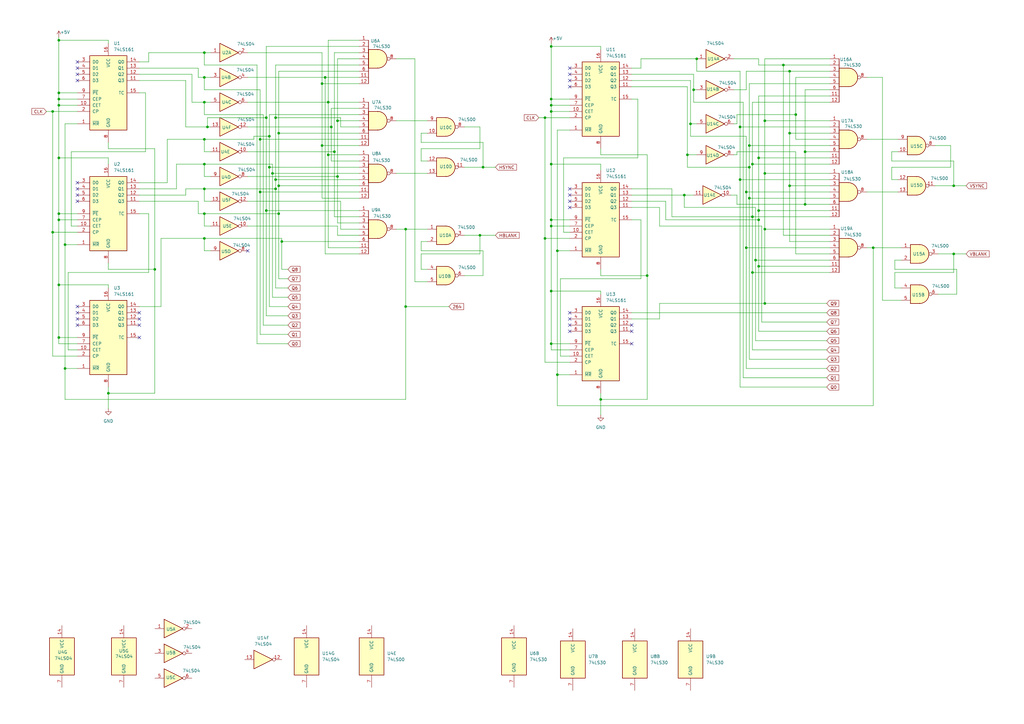
<source format=kicad_sch>
(kicad_sch (version 20250114) (generator "eeschema") (generator_version "9.0")
  (paper "A3")
  (lib_symbols
    (symbol "74xx:74LS00" (pin_names (offset 1.016))
      (property "Reference" "U" (at 0 1.27 0))
      (property "Value" "74LS00" (at 0 -1.27 0))
      (symbol "74LS00_1_1"
        (pin input line (at -7.62 2.54 0) (length 3.81) (name "~") (number "1"))
        (pin input line (at -7.62 -2.54 0) (length 3.81) (name "~") (number "2"))
        (pin output inverted (at 7.62 0 180) (length 3.81) (name "~") (number "3"))
      )
      (symbol "74LS00_1_2"
        (pin input inverted (at -7.62 2.54 0) (length 4.318) (name "~") (number "1"))
        (pin input inverted (at -7.62 -2.54 0) (length 4.318) (name "~") (number "2"))
        (pin output line (at 7.62 0 180) (length 3.81) (name "~") (number "3"))
      )
      (symbol "74LS00_2_1"
        (pin input line (at -7.62 2.54 0) (length 3.81) (name "~") (number "4"))
        (pin input line (at -7.62 -2.54 0) (length 3.81) (name "~") (number "5"))
        (pin output inverted (at 7.62 0 180) (length 3.81) (name "~") (number "6"))
      )
      (symbol "74LS00_2_2"
        (pin input inverted (at -7.62 2.54 0) (length 4.318) (name "~") (number "4"))
        (pin input inverted (at -7.62 -2.54 0) (length 4.318) (name "~") (number "5"))
        (pin output line (at 7.62 0 180) (length 3.81) (name "~") (number "6"))
      )
      (symbol "74LS00_3_1"
        (pin input line (at -7.62 2.54 0) (length 3.81) (name "~") (number "9"))
        (pin input line (at -7.62 -2.54 0) (length 3.81) (name "~") (number "10"))
        (pin output inverted (at 7.62 0 180) (length 3.81) (name "~") (number "8"))
      )
      (symbol "74LS00_3_2"
        (pin input inverted (at -7.62 2.54 0) (length 4.318) (name "~") (number "9"))
        (pin input inverted (at -7.62 -2.54 0) (length 4.318) (name "~") (number "10"))
        (pin output line (at 7.62 0 180) (length 3.81) (name "~") (number "8"))
      )
      (symbol "74LS00_4_1"
        (pin input line (at -7.62 2.54 0) (length 3.81) (name "~") (number "12"))
        (pin input line (at -7.62 -2.54 0) (length 3.81) (name "~") (number "13"))
        (pin output inverted (at 7.62 0 180) (length 3.81) (name "~") (number "11"))
      )
      (symbol "74LS00_4_2"
        (pin input inverted (at -7.62 2.54 0) (length 4.318) (name "~") (number "12"))
        (pin input inverted (at -7.62 -2.54 0) (length 4.318) (name "~") (number "13"))
        (pin output line (at 7.62 0 180) (length 3.81) (name "~") (number "11"))
      )
      (symbol "74LS00_5_0"
        (pin power_in line (at 0 12.7 270) (length 5.08) (name "VCC") (number "14"))
        (pin power_in line (at 0 -12.7 90) (length 5.08) (name "GND") (number "7"))
      )
    )
    (symbol "74xx:74LS04"
      (property "Reference" "U" (at 0 1.27 0))
      (property "Value" "74LS04" (at 0 -1.27 0))
      (symbol "74LS04_1_0"
        (pin input line (at -7.62 0 0) (length 3.81) (name "~") (number "1"))
        (pin output inverted (at 7.62 0 180) (length 3.81) (name "~") (number "2"))
      )
      (symbol "74LS04_2_0"
        (pin input line (at -7.62 0 0) (length 3.81) (name "~") (number "3"))
        (pin output inverted (at 7.62 0 180) (length 3.81) (name "~") (number "4"))
      )
      (symbol "74LS04_3_0"
        (pin input line (at -7.62 0 0) (length 3.81) (name "~") (number "5"))
        (pin output inverted (at 7.62 0 180) (length 3.81) (name "~") (number "6"))
      )
      (symbol "74LS04_4_0"
        (pin input line (at -7.62 0 0) (length 3.81) (name "~") (number "9"))
        (pin output inverted (at 7.62 0 180) (length 3.81) (name "~") (number "8"))
      )
      (symbol "74LS04_5_0"
        (pin input line (at -7.62 0 0) (length 3.81) (name "~") (number "11"))
        (pin output inverted (at 7.62 0 180) (length 3.81) (name "~") (number "10"))
      )
      (symbol "74LS04_6_0"
        (pin input line (at -7.62 0 0) (length 3.81) (name "~") (number "13"))
        (pin output inverted (at 7.62 0 180) (length 3.81) (name "~") (number "12"))
      )
      (symbol "74LS04_7_0"
        (pin power_in line (at 0 12.7 270) (length 5.08) (name "VCC") (number "14"))
        (pin power_in line (at 0 -12.7 90) (length 5.08) (name "GND") (number "7"))
      )
    )
    (symbol "74xx:74LS161" (pin_names (offset 1.016))
      (property "Reference" "U" (at -7.62 16.51 0))
      (property "Value" "74LS161" (at -7.62 -16.51 0))
      (symbol "74LS161_1_0"
        (pin input line (at -12.7 12.7 0) (length 5.08) (name "D0") (number "3"))
        (pin input line (at -12.7 10.16 0) (length 5.08) (name "D1") (number "4"))
        (pin input line (at -12.7 7.62 0) (length 5.08) (name "D2") (number "5"))
        (pin input line (at -12.7 5.08 0) (length 5.08) (name "D3") (number "6"))
        (pin input line (at -12.7 0 0) (length 5.08) (name "~{PE}") (number "9"))
        (pin input line (at -12.7 -2.54 0) (length 5.08) (name "CEP") (number "7"))
        (pin input line (at -12.7 -5.08 0) (length 5.08) (name "CET") (number "10"))
        (pin input line (at -12.7 -7.62 0) (length 5.08) (name "CP") (number "2"))
        (pin input line (at -12.7 -12.7 0) (length 5.08) (name "~{MR}") (number "1"))
        (pin power_in line (at 0 20.32 270) (length 5.08) (name "VCC") (number "16"))
        (pin power_in line (at 0 -20.32 90) (length 5.08) (name "GND") (number "8"))
        (pin output line (at 12.7 12.7 180) (length 5.08) (name "Q0") (number "14"))
        (pin output line (at 12.7 10.16 180) (length 5.08) (name "Q1") (number "13"))
        (pin output line (at 12.7 7.62 180) (length 5.08) (name "Q2") (number "12"))
        (pin output line (at 12.7 5.08 180) (length 5.08) (name "Q3") (number "11"))
        (pin output line (at 12.7 0 180) (length 5.08) (name "TC") (number "15"))
      )
    )
    (symbol "74xx:74LS30" (pin_names (offset 1.016))
      (property "Reference" "U" (at 0 1.27 0))
      (property "Value" "74LS30" (at 0 -1.27 0))
      (symbol "74LS30_1_1"
        (pin input line (at -7.62 7.62 0) (length 3.81) (name "~") (number "1"))
        (pin input line (at -7.62 5.08 0) (length 3.81) (name "~") (number "2"))
        (pin input line (at -7.62 2.54 0) (length 3.81) (name "~") (number "3"))
        (pin input line (at -7.62 0 0) (length 3.81) (name "~") (number "4"))
        (pin input line (at -7.62 -2.54 0) (length 3.81) (name "~") (number "5"))
        (pin input line (at -7.62 -5.08 0) (length 3.81) (name "~") (number "6"))
        (pin input line (at -7.62 -7.62 0) (length 3.81) (name "~") (number "11"))
        (pin input line (at -7.62 -10.16 0) (length 3.81) (name "~") (number "12"))
        (pin output inverted (at 7.62 0 180) (length 3.81) (name "~") (number "8"))
      )
      (symbol "74LS30_1_2"
        (pin input inverted (at -7.62 7.62 0) (length 3.81) (name "~") (number "1"))
        (pin input inverted (at -7.62 5.08 0) (length 3.81) (name "~") (number "2"))
        (pin input inverted (at -7.62 2.54 0) (length 4.5466) (name "~") (number "3"))
        (pin input inverted (at -7.62 0 0) (length 5.08) (name "~") (number "4"))
        (pin input inverted (at -7.62 -2.54 0) (length 4.5466) (name "~") (number "5"))
        (pin input inverted (at -7.62 -5.08 0) (length 3.81) (name "~") (number "6"))
        (pin input inverted (at -7.62 -7.62 0) (length 3.81) (name "~") (number "11"))
        (pin input inverted (at -7.62 -10.16 0) (length 3.81) (name "~") (number "12"))
        (pin output line (at 7.62 0 180) (length 3.81) (name "~") (number "8"))
      )
      (symbol "74LS30_2_0"
        (pin power_in line (at 0 12.7 270) (length 5.08) (name "VCC") (number "14"))
        (pin power_in line (at 0 -12.7 90) (length 5.08) (name "GND") (number "7"))
      )
    )
    (symbol "power:+5V" (power) (pin_numbers (hide yes)) (pin_names (offset 0) (hide yes))
      (property "Value" "+5V" (at 0 3.556 0))
      (symbol "+5V_1_1"
        (pin power_in line (at 0 0 90) (length 0) (name "~") (number "1"))
      )
    )
    (symbol "power:GND" (power) (pin_numbers (hide yes)) (pin_names (offset 0) (hide yes))
      (property "Value" "GND" (at 0 -3.81 0))
      (symbol "GND_1_1"
        (pin power_in line (at 0 0 270) (length 0) (name "~") (number "1"))
      )
    )
  )
  (junction (at 166.37 93.98))
  (junction (at 83.82 87.63))
  (junction (at 24.13 40.64))
  (junction (at 138.43 49.53))
  (junction (at 226.06 90.17))
  (junction (at 303.53 52.07))
  (junction (at 135.89 52.07))
  (junction (at 24.13 116.84))
  (junction (at 21.59 95.25))
  (junction (at 307.34 68.58))
  (junction (at 106.68 57.15))
  (junction (at 228.6 102.87))
  (junction (at 110.49 55.88))
  (junction (at 313.69 71.12))
  (junction (at 323.85 29.21))
  (junction (at 391.16 76.2))
  (junction (at 114.3 87.63))
  (junction (at 313.69 93.98))
  (junction (at 309.88 106.68))
  (junction (at 24.13 138.43))
  (junction (at 284.48 36.83))
  (junction (at 280.67 80.01))
  (junction (at 83.82 67.31))
  (junction (at 281.94 63.5))
  (junction (at 83.82 21.59))
  (junction (at 311.15 109.22))
  (junction (at 303.53 73.66))
  (junction (at 226.06 40.64))
  (junction (at 109.22 86.36))
  (junction (at 24.13 90.17))
  (junction (at 113.03 73.66))
  (junction (at 246.38 163.83))
  (junction (at 311.15 64.77))
  (junction (at 109.22 48.26))
  (junction (at 307.34 81.28))
  (junction (at 111.76 71.12))
  (junction (at 323.85 76.2))
  (junction (at 110.49 68.58))
  (junction (at 226.06 43.18))
  (junction (at 196.85 96.52))
  (junction (at 26.67 151.13))
  (junction (at 63.5 110.49))
  (junction (at 83.82 31.75))
  (junction (at 226.06 19.05))
  (junction (at 24.13 87.63))
  (junction (at 114.3 54.61))
  (junction (at 307.34 59.69))
  (junction (at 134.62 63.5))
  (junction (at 138.43 72.39))
  (junction (at 330.2 83.82))
  (junction (at 226.06 140.97))
  (junction (at 226.06 92.71))
  (junction (at 321.31 26.67))
  (junction (at 24.13 64.77))
  (junction (at 283.21 50.8))
  (junction (at 83.82 77.47))
  (junction (at 308.61 111.76))
  (junction (at 223.52 48.26))
  (junction (at 106.68 78.74))
  (junction (at 223.52 97.79))
  (junction (at 285.75 24.13))
  (junction (at 21.59 45.72))
  (junction (at 85.09 52.07))
  (junction (at 24.13 38.1))
  (junction (at 83.82 41.91))
  (junction (at 326.39 46.99))
  (junction (at 113.03 48.26))
  (junction (at 132.08 59.69))
  (junction (at 114.3 76.2))
  (junction (at 323.85 54.61))
  (junction (at 313.69 124.46))
  (junction (at 306.07 78.74))
  (junction (at 26.67 100.33))
  (junction (at 137.16 62.23))
  (junction (at 113.03 77.47))
  (junction (at 166.37 125.73))
  (junction (at 132.08 34.29))
  (junction (at 313.69 49.53))
  (junction (at 330.2 62.23))
  (junction (at 44.45 161.29))
  (junction (at 311.15 86.36))
  (junction (at 226.06 45.72))
  (junction (at 228.6 153.67))
  (junction (at 391.16 104.14))
  (junction (at 24.13 16.51))
  (junction (at 133.35 31.75))
  (junction (at 83.82 57.15))
  (junction (at 358.14 101.6))
  (junction (at 308.61 88.9))
  (junction (at 311.15 90.17))
  (junction (at 226.06 67.31))
  (junction (at 265.43 113.03))
  (junction (at 308.61 67.31))
  (junction (at 115.57 99.06))
  (junction (at 226.06 119.38))
  (junction (at 134.62 41.91))
  (junction (at 83.82 97.79))
  (junction (at 306.07 101.6))
  (junction (at 198.12 68.58))
  (junction (at 24.13 43.18))
  (no_connect (at 31.75 125.73))
  (no_connect (at 31.75 74.93))
  (no_connect (at 31.75 25.4))
  (no_connect (at 259.08 133.35))
  (no_connect (at 31.75 133.35))
  (no_connect (at 233.68 77.47))
  (no_connect (at 233.68 85.09))
  (no_connect (at 233.68 80.01))
  (no_connect (at 233.68 82.55))
  (no_connect (at 101.6 102.87))
  (no_connect (at 31.75 128.27))
  (no_connect (at 259.08 140.97))
  (no_connect (at 233.68 35.56))
  (no_connect (at 31.75 130.81))
  (no_connect (at 57.15 128.27))
  (no_connect (at 31.75 33.02))
  (no_connect (at 57.15 130.81))
  (no_connect (at 233.68 130.81))
  (no_connect (at 233.68 135.89))
  (no_connect (at 31.75 27.94))
  (no_connect (at 233.68 133.35))
  (no_connect (at 259.08 135.89))
  (no_connect (at 233.68 27.94))
  (no_connect (at 31.75 80.01))
  (no_connect (at 57.15 133.35))
  (no_connect (at 31.75 30.48))
  (no_connect (at 57.15 138.43))
  (no_connect (at 233.68 30.48))
  (no_connect (at 233.68 128.27))
  (no_connect (at 31.75 82.55))
  (no_connect (at 233.68 33.02))
  (no_connect (at 31.75 77.47))
  (wire (pts (xy 369.57 106.68) (xy 367.03 106.68)))
  (wire (pts (xy 246.38 163.83) (xy 265.43 163.83)))
  (wire (pts (xy 367.03 106.68) (xy 367.03 110.49)))
  (wire (pts (xy 147.32 66.04) (xy 135.89 66.04)))
  (wire (pts (xy 147.32 29.21) (xy 114.3 29.21)))
  (wire (pts (xy 311.15 39.37) (xy 311.15 64.77)))
  (wire (pts (xy 369.57 118.11) (xy 367.03 118.11)))
  (wire (pts (xy 220.98 48.26) (xy 223.52 48.26)))
  (wire (pts (xy 326.39 31.75) (xy 340.36 31.75)))
  (wire (pts (xy 134.62 41.91) (xy 134.62 63.5)))
  (wire (pts (xy 24.13 138.43) (xy 31.75 138.43)))
  (wire (pts (xy 135.89 44.45) (xy 135.89 52.07)))
  (wire (pts (xy 109.22 19.05) (xy 147.32 19.05)))
  (wire (pts (xy 31.75 100.33) (xy 26.67 100.33)))
  (wire (pts (xy 302.26 50.8) (xy 302.26 46.99)))
  (wire (pts (xy 83.82 57.15) (xy 104.14 57.15)))
  (wire (pts (xy 246.38 113.03) (xy 246.38 110.49)))
  (wire (pts (xy 304.8 154.94) (xy 339.09 154.94)))
  (wire (pts (xy 308.61 88.9) (xy 308.61 67.31)))
  (wire (pts (xy 170.18 115.57) (xy 175.26 115.57)))
  (wire (pts (xy 303.53 29.21) (xy 303.53 52.07)))
  (wire (pts (xy 57.15 77.47) (xy 72.39 77.47)))
  (wire (pts (xy 246.38 161.29) (xy 246.38 163.83)))
  (wire (pts (xy 340.36 36.83) (xy 330.2 36.83)))
  (wire (pts (xy 24.13 116.84) (xy 24.13 90.17)))
  (wire (pts (xy 175.26 54.61) (xy 172.72 54.61)))
  (wire (pts (xy 172.72 99.06) (xy 172.72 102.87)))
  (wire (pts (xy 262.89 27.94) (xy 262.89 24.13)))
  (wire (pts (xy 307.34 81.28) (xy 307.34 68.58)))
  (wire (pts (xy 330.2 62.23) (xy 330.2 83.82)))
  (wire (pts (xy 83.82 77.47) (xy 113.03 77.47)))
  (wire (pts (xy 78.74 30.48) (xy 78.74 41.91)))
  (wire (pts (xy 307.34 68.58) (xy 307.34 59.69)))
  (wire (pts (xy 340.36 24.13) (xy 313.69 24.13)))
  (wire (pts (xy 118.11 129.54) (xy 109.22 129.54)))
  (wire (pts (xy 24.13 40.64) (xy 24.13 38.1)))
  (wire (pts (xy 311.15 64.77) (xy 311.15 86.36)))
  (wire (pts (xy 323.85 54.61) (xy 323.85 29.21)))
  (wire (pts (xy 190.5 96.52) (xy 196.85 96.52)))
  (wire (pts (xy 138.43 96.52) (xy 138.43 92.71)))
  (wire (pts (xy 101.6 21.59) (xy 132.08 21.59)))
  (wire (pts (xy 313.69 24.13) (xy 313.69 49.53)))
  (wire (pts (xy 326.39 46.99) (xy 326.39 57.15)))
  (wire (pts (xy 106.68 78.74) (xy 147.32 78.74)))
  (wire (pts (xy 365.76 62.23) (xy 365.76 66.04)))
  (wire (pts (xy 83.82 67.31) (xy 111.76 67.31)))
  (wire (pts (xy 313.69 124.46) (xy 339.09 124.46)))
  (wire (pts (xy 166.37 125.73) (xy 166.37 163.83)))
  (wire (pts (xy 44.45 110.49) (xy 44.45 107.95)))
  (wire (pts (xy 86.36 72.39) (xy 83.82 72.39)))
  (wire (pts (xy 323.85 54.61) (xy 340.36 54.61)))
  (wire (pts (xy 311.15 135.89) (xy 339.09 135.89)))
  (wire (pts (xy 311.15 135.89) (xy 311.15 109.22)))
  (wire (pts (xy 83.82 87.63) (xy 83.82 92.71)))
  (wire (pts (xy 369.57 101.6) (xy 358.14 101.6)))
  (wire (pts (xy 228.6 166.37) (xy 228.6 153.67)))
  (wire (pts (xy 101.6 72.39) (xy 138.43 72.39)))
  (wire (pts (xy 166.37 93.98) (xy 166.37 125.73)))
  (wire (pts (xy 285.75 24.13) (xy 285.75 29.21)))
  (wire (pts (xy 118.11 125.73) (xy 110.49 125.73)))
  (wire (pts (xy 391.16 104.14) (xy 391.16 111.76)))
  (wire (pts (xy 302.26 80.01) (xy 299.72 80.01)))
  (wire (pts (xy 285.75 36.83) (xy 284.48 36.83)))
  (wire (pts (xy 109.22 48.26) (xy 109.22 86.36)))
  (wire (pts (xy 309.88 139.7) (xy 309.88 106.68)))
  (wire (pts (xy 113.03 26.67) (xy 113.03 48.26)))
  (wire (pts (xy 113.03 73.66) (xy 113.03 77.47)))
  (wire (pts (xy 303.53 52.07) (xy 340.36 52.07)))
  (wire (pts (xy 31.75 50.8) (xy 26.67 50.8)))
  (wire (pts (xy 21.59 45.72) (xy 31.75 45.72)))
  (wire (pts (xy 330.2 36.83) (xy 330.2 62.23)))
  (wire (pts (xy 138.43 24.13) (xy 138.43 49.53)))
  (wire (pts (xy 340.36 49.53) (xy 313.69 49.53)))
  (wire (pts (xy 24.13 64.77) (xy 44.45 64.77)))
  (wire (pts (xy 306.07 101.6) (xy 306.07 78.74)))
  (wire (pts (xy 162.56 71.12) (xy 175.26 71.12)))
  (wire (pts (xy 259.08 80.01) (xy 280.67 80.01)))
  (wire (pts (xy 147.32 46.99) (xy 110.49 46.99)))
  (wire (pts (xy 139.7 52.07) (xy 139.7 48.26)))
  (wire (pts (xy 113.03 48.26) (xy 113.03 73.66)))
  (wire (pts (xy 226.06 119.38) (xy 246.38 119.38)))
  (wire (pts (xy 101.6 41.91) (xy 134.62 41.91)))
  (wire (pts (xy 246.38 69.85) (xy 246.38 67.31)))
  (wire (pts (xy 172.72 104.14) (xy 196.85 104.14)))
  (wire (pts (xy 223.52 148.59) (xy 233.68 148.59)))
  (wire (pts (xy 231.14 64.77) (xy 261.62 64.77)))
  (wire (pts (xy 223.52 97.79) (xy 223.52 48.26)))
  (wire (pts (xy 259.08 27.94) (xy 262.89 27.94)))
  (wire (pts (xy 307.34 147.32) (xy 307.34 81.28)))
  (wire (pts (xy 24.13 43.18) (xy 24.13 40.64)))
  (wire (pts (xy 300.99 36.83) (xy 306.07 36.83)))
  (wire (pts (xy 196.85 96.52) (xy 203.2 96.52)))
  (wire (pts (xy 83.82 72.39) (xy 83.82 67.31)))
  (wire (pts (xy 226.06 45.72) (xy 226.06 43.18)))
  (wire (pts (xy 63.5 161.29) (xy 63.5 110.49)))
  (wire (pts (xy 44.45 161.29) (xy 44.45 167.64)))
  (wire (pts (xy 284.48 41.91) (xy 284.48 36.83)))
  (wire (pts (xy 162.56 24.13) (xy 170.18 24.13)))
  (wire (pts (xy 83.82 46.99) (xy 83.82 41.91)))
  (wire (pts (xy 190.5 52.07) (xy 196.85 52.07)))
  (wire (pts (xy 285.75 29.21) (xy 303.53 29.21)))
  (wire (pts (xy 302.26 63.5) (xy 300.99 63.5)))
  (wire (pts (xy 270.51 92.71) (xy 270.51 85.09)))
  (wire (pts (xy 86.36 31.75) (xy 83.82 31.75)))
  (wire (pts (xy 24.13 15.24) (xy 24.13 16.51)))
  (wire (pts (xy 313.69 71.12) (xy 313.69 93.98)))
  (wire (pts (xy 21.59 95.25) (xy 21.59 146.05)))
  (wire (pts (xy 281.94 63.5) (xy 281.94 35.56)))
  (wire (pts (xy 226.06 40.64) (xy 226.06 19.05)))
  (wire (pts (xy 355.6 78.74) (xy 368.3 78.74)))
  (wire (pts (xy 284.48 30.48) (xy 259.08 30.48)))
  (wire (pts (xy 340.36 99.06) (xy 323.85 99.06)))
  (wire (pts (xy 303.53 73.66) (xy 303.53 158.75)))
  (wire (pts (xy 115.57 99.06) (xy 115.57 97.79)))
  (wire (pts (xy 57.15 80.01) (xy 76.2 80.01)))
  (wire (pts (xy 389.89 68.58) (xy 389.89 59.69)))
  (wire (pts (xy 175.26 110.49) (xy 172.72 110.49)))
  (wire (pts (xy 307.34 59.69) (xy 340.36 59.69)))
  (wire (pts (xy 31.75 143.51) (xy 27.94 143.51)))
  (wire (pts (xy 228.6 102.87) (xy 228.6 153.67)))
  (wire (pts (xy 307.34 34.29) (xy 340.36 34.29)))
  (wire (pts (xy 57.15 125.73) (xy 66.04 125.73)))
  (wire (pts (xy 303.53 73.66) (xy 340.36 73.66)))
  (wire (pts (xy 304.8 154.94) (xy 304.8 41.91)))
  (wire (pts (xy 306.07 29.21) (xy 323.85 29.21)))
  (wire (pts (xy 114.3 54.61) (xy 114.3 76.2)))
  (wire (pts (xy 26.67 100.33) (xy 26.67 151.13)))
  (wire (pts (xy 321.31 96.52) (xy 321.31 26.67)))
  (wire (pts (xy 111.76 67.31) (xy 111.76 71.12)))
  (wire (pts (xy 259.08 77.47) (xy 275.59 77.47)))
  (wire (pts (xy 365.76 66.04) (xy 391.16 66.04)))
  (wire (pts (xy 340.36 86.36) (xy 311.15 86.36)))
  (wire (pts (xy 147.32 52.07) (xy 139.7 52.07)))
  (wire (pts (xy 44.45 17.78) (xy 44.45 16.51)))
  (wire (pts (xy 86.36 82.55) (xy 83.82 82.55)))
  (wire (pts (xy 172.72 110.49) (xy 172.72 104.14)))
  (wire (pts (xy 172.72 58.42) (xy 198.12 58.42)))
  (wire (pts (xy 110.49 125.73) (xy 110.49 68.58)))
  (wire (pts (xy 281.94 35.56) (xy 259.08 35.56)))
  (wire (pts (xy 340.36 96.52) (xy 321.31 96.52)))
  (wire (pts (xy 137.16 62.23) (xy 137.16 21.59)))
  (wire (pts (xy 198.12 102.87) (xy 198.12 113.03)))
  (wire (pts (xy 132.08 34.29) (xy 132.08 59.69)))
  (wire (pts (xy 275.59 77.47) (xy 275.59 88.9)))
  (wire (pts (xy 259.08 128.27) (xy 339.09 128.27)))
  (wire (pts (xy 281.94 63.5) (xy 281.94 68.58)))
  (wire (pts (xy 312.42 92.71) (xy 270.51 92.71)))
  (wire (pts (xy 147.32 96.52) (xy 138.43 96.52)))
  (wire (pts (xy 246.38 120.65) (xy 246.38 119.38)))
  (wire (pts (xy 365.76 68.58) (xy 389.89 68.58)))
  (wire (pts (xy 147.32 81.28) (xy 132.08 81.28)))
  (wire (pts (xy 300.99 24.13) (xy 311.15 24.13)))
  (wire (pts (xy 358.14 101.6) (xy 358.14 166.37)))
  (wire (pts (xy 306.07 151.13) (xy 339.09 151.13)))
  (wire (pts (xy 57.15 33.02) (xy 76.2 33.02)))
  (wire (pts (xy 44.45 67.31) (xy 44.45 64.77)))
  (wire (pts (xy 137.16 21.59) (xy 147.32 21.59)))
  (wire (pts (xy 24.13 140.97) (xy 31.75 140.97)))
  (wire (pts (xy 233.68 92.71) (xy 226.06 92.71)))
  (wire (pts (xy 76.2 77.47) (xy 83.82 77.47)))
  (wire (pts (xy 147.32 73.66) (xy 113.03 73.66)))
  (wire (pts (xy 226.06 43.18) (xy 233.68 43.18)))
  (wire (pts (xy 340.36 93.98) (xy 313.69 93.98)))
  (wire (pts (xy 29.21 92.71) (xy 29.21 62.23)))
  (wire (pts (xy 323.85 76.2) (xy 323.85 54.61)))
  (wire (pts (xy 231.14 95.25) (xy 231.14 64.77)))
  (wire (pts (xy 57.15 74.93) (xy 68.58 74.93)))
  (wire (pts (xy 367.03 111.76) (xy 391.16 111.76)))
  (wire (pts (xy 273.05 90.17) (xy 273.05 82.55)))
  (wire (pts (xy 57.15 30.48) (xy 78.74 30.48)))
  (wire (pts (xy 114.3 114.3) (xy 114.3 87.63)))
  (wire (pts (xy 76.2 80.01) (xy 76.2 77.47)))
  (wire (pts (xy 311.15 90.17) (xy 273.05 90.17)))
  (wire (pts (xy 361.95 31.75) (xy 361.95 123.19)))
  (wire (pts (xy 259.08 33.02) (xy 283.21 33.02)))
  (wire (pts (xy 166.37 163.83) (xy 26.67 163.83)))
  (wire (pts (xy 134.62 41.91) (xy 147.32 41.91)))
  (wire (pts (xy 259.08 130.81) (xy 270.51 130.81)))
  (wire (pts (xy 306.07 78.74) (xy 340.36 78.74)))
  (wire (pts (xy 24.13 43.18) (xy 31.75 43.18)))
  (wire (pts (xy 175.26 66.04) (xy 172.72 66.04)))
  (wire (pts (xy 83.82 57.15) (xy 83.82 62.23)))
  (wire (pts (xy 323.85 99.06) (xy 323.85 76.2)))
  (wire (pts (xy 330.2 83.82) (xy 302.26 83.82)))
  (wire (pts (xy 134.62 63.5) (xy 134.62 101.6)))
  (wire (pts (xy 26.67 163.83) (xy 26.67 151.13)))
  (wire (pts (xy 262.89 114.3) (xy 262.89 90.17)))
  (wire (pts (xy 383.54 59.69) (xy 389.89 59.69)))
  (wire (pts (xy 132.08 59.69) (xy 132.08 81.28)))
  (wire (pts (xy 246.38 60.96) (xy 246.38 63.5)))
  (wire (pts (xy 19.05 45.72) (xy 21.59 45.72)))
  (wire (pts (xy 172.72 54.61) (xy 172.72 58.42)))
  (wire (pts (xy 63.5 60.96) (xy 63.5 110.49)))
  (wire (pts (xy 340.36 71.12) (xy 313.69 71.12)))
  (wire (pts (xy 101.6 62.23) (xy 137.16 62.23)))
  (wire (pts (xy 275.59 88.9) (xy 308.61 88.9)))
  (wire (pts (xy 198.12 68.58) (xy 203.2 68.58)))
  (wire (pts (xy 26.67 151.13) (xy 31.75 151.13)))
  (wire (pts (xy 24.13 116.84) (xy 44.45 116.84)))
  (wire (pts (xy 226.06 45.72) (xy 226.06 67.31)))
  (wire (pts (xy 111.76 121.92) (xy 118.11 121.92)))
  (wire (pts (xy 66.04 125.73) (xy 66.04 97.79)))
  (wire (pts (xy 105.41 26.67) (xy 105.41 140.97)))
  (wire (pts (xy 309.88 139.7) (xy 339.09 139.7)))
  (wire (pts (xy 340.36 57.15) (xy 326.39 57.15)))
  (wire (pts (xy 111.76 71.12) (xy 111.76 121.92)))
  (wire (pts (xy 265.43 63.5) (xy 265.43 113.03)))
  (wire (pts (xy 81.28 87.63) (xy 83.82 87.63)))
  (wire (pts (xy 63.5 110.49) (xy 44.45 110.49)))
  (wire (pts (xy 309.88 106.68) (xy 340.36 106.68)))
  (wire (pts (xy 233.68 40.64) (xy 226.06 40.64)))
  (wire (pts (xy 132.08 21.59) (xy 132.08 34.29)))
  (wire (pts (xy 118.11 114.3) (xy 114.3 114.3)))
  (wire (pts (xy 262.89 24.13) (xy 285.75 24.13)))
  (wire (pts (xy 311.15 26.67) (xy 311.15 24.13)))
  (wire (pts (xy 72.39 67.31) (xy 83.82 67.31)))
  (wire (pts (xy 340.36 26.67) (xy 321.31 26.67)))
  (wire (pts (xy 259.08 82.55) (xy 273.05 82.55)))
  (wire (pts (xy 101.6 31.75) (xy 133.35 31.75)))
  (wire (pts (xy 31.75 92.71) (xy 29.21 92.71)))
  (wire (pts (xy 302.26 46.99) (xy 326.39 46.99)))
  (wire (pts (xy 367.03 118.11) (xy 367.03 111.76)))
  (wire (pts (xy 106.68 36.83) (xy 106.68 57.15)))
  (wire (pts (xy 384.81 104.14) (xy 391.16 104.14)))
  (wire (pts (xy 270.51 130.81) (xy 270.51 124.46)))
  (wire (pts (xy 358.14 101.6) (xy 355.6 101.6)))
  (wire (pts (xy 44.45 16.51) (xy 24.13 16.51)))
  (wire (pts (xy 262.89 90.17) (xy 259.08 90.17)))
  (wire (pts (xy 114.3 87.63) (xy 83.82 87.63)))
  (wire (pts (xy 81.28 31.75) (xy 83.82 31.75)))
  (wire (pts (xy 101.6 82.55) (xy 139.7 82.55)))
  (wire (pts (xy 391.16 66.04) (xy 391.16 76.2)))
  (wire (pts (xy 57.15 82.55) (xy 81.28 82.55)))
  (wire (pts (xy 226.06 90.17) (xy 233.68 90.17)))
  (wire (pts (xy 261.62 64.77) (xy 261.62 40.64)))
  (wire (pts (xy 196.85 96.52) (xy 196.85 104.14)))
  (wire (pts (xy 226.06 140.97) (xy 233.68 140.97)))
  (wire (pts (xy 110.49 46.99) (xy 110.49 55.88)))
  (wire (pts (xy 147.32 16.51) (xy 134.62 16.51)))
  (wire (pts (xy 312.42 132.08) (xy 312.42 92.71)))
  (wire (pts (xy 133.35 31.75) (xy 133.35 104.14)))
  (wire (pts (xy 223.52 97.79) (xy 223.52 148.59)))
  (wire (pts (xy 340.36 104.14) (xy 326.39 104.14)))
  (wire (pts (xy 83.82 102.87) (xy 86.36 102.87)))
  (wire (pts (xy 147.32 24.13) (xy 138.43 24.13)))
  (wire (pts (xy 190.5 113.03) (xy 198.12 113.03)))
  (wire (pts (xy 283.21 50.8) (xy 283.21 55.88)))
  (wire (pts (xy 246.38 20.32) (xy 246.38 19.05)))
  (wire (pts (xy 138.43 49.53) (xy 147.32 49.53)))
  (wire (pts (xy 137.16 62.23) (xy 137.16 88.9)))
  (wire (pts (xy 31.75 38.1) (xy 24.13 38.1)))
  (wire (pts (xy 21.59 95.25) (xy 21.59 45.72)))
  (wire (pts (xy 384.81 120.65) (xy 392.43 120.65)))
  (wire (pts (xy 184.15 125.73) (xy 166.37 125.73)))
  (wire (pts (xy 367.03 110.49) (xy 392.43 110.49)))
  (wire (pts (xy 105.41 140.97) (xy 118.11 140.97)))
  (wire (pts (xy 83.82 36.83) (xy 106.68 36.83)))
  (wire (pts (xy 147.32 91.44) (xy 138.43 91.44)))
  (wire (pts (xy 284.48 36.83) (xy 284.48 30.48)))
  (wire (pts (xy 83.82 92.71) (xy 86.36 92.71)))
  (wire (pts (xy 162.56 49.53) (xy 175.26 49.53)))
  (wire (pts (xy 118.11 133.35) (xy 107.95 133.35)))
  (wire (pts (xy 226.06 143.51) (xy 233.68 143.51)))
  (wire (pts (xy 147.32 63.5) (xy 134.62 63.5)))
  (wire (pts (xy 115.57 99.06) (xy 115.57 110.49)))
  (wire (pts (xy 118.11 110.49) (xy 115.57 110.49)))
  (wire (pts (xy 147.32 34.29) (xy 132.08 34.29)))
  (wire (pts (xy 226.06 140.97) (xy 226.06 119.38)))
  (wire (pts (xy 246.38 63.5) (xy 265.43 63.5)))
  (wire (pts (xy 198.12 58.42) (xy 198.12 68.58)))
  (wire (pts (xy 280.67 80.01) (xy 284.48 80.01)))
  (wire (pts (xy 114.3 76.2) (xy 114.3 87.63)))
  (wire (pts (xy 113.03 77.47) (xy 113.03 118.11)))
  (wire (pts (xy 72.39 77.47) (xy 72.39 67.31)))
  (wire (pts (xy 312.42 132.08) (xy 339.09 132.08)))
  (wire (pts (xy 60.96 87.63) (xy 57.15 87.63)))
  (wire (pts (xy 321.31 26.67) (xy 311.15 26.67)))
  (wire (pts (xy 226.06 67.31) (xy 226.06 90.17)))
  (wire (pts (xy 27.94 111.76) (xy 60.96 111.76)))
  (wire (pts (xy 111.76 71.12) (xy 147.32 71.12)))
  (wire (pts (xy 365.76 73.66) (xy 365.76 68.58)))
  (wire (pts (xy 311.15 109.22) (xy 311.15 90.17)))
  (wire (pts (xy 110.49 68.58) (xy 110.49 55.88)))
  (wire (pts (xy 138.43 72.39) (xy 138.43 91.44)))
  (wire (pts (xy 59.69 62.23) (xy 59.69 38.1)))
  (wire (pts (xy 280.67 85.09) (xy 309.88 85.09)))
  (wire (pts (xy 107.95 46.99) (xy 107.95 133.35)))
  (wire (pts (xy 24.13 138.43) (xy 24.13 116.84)))
  (wire (pts (xy 228.6 166.37) (xy 358.14 166.37)))
  (wire (pts (xy 44.45 60.96) (xy 63.5 60.96)))
  (wire (pts (xy 311.15 86.36) (xy 311.15 90.17)))
  (wire (pts (xy 147.32 101.6) (xy 134.62 101.6)))
  (wire (pts (xy 233.68 97.79) (xy 223.52 97.79)))
  (wire (pts (xy 24.13 43.18) (xy 24.13 64.77)))
  (wire (pts (xy 265.43 163.83) (xy 265.43 113.03)))
  (wire (pts (xy 24.13 140.97) (xy 24.13 138.43)))
  (wire (pts (xy 307.34 59.69) (xy 307.34 34.29)))
  (wire (pts (xy 368.3 73.66) (xy 365.76 73.66)))
  (wire (pts (xy 76.2 33.02) (xy 76.2 52.07)))
  (wire (pts (xy 391.16 76.2) (xy 396.24 76.2)))
  (wire (pts (xy 323.85 76.2) (xy 340.36 76.2)))
  (wire (pts (xy 81.28 82.55) (xy 81.28 87.63)))
  (wire (pts (xy 340.36 39.37) (xy 311.15 39.37)))
  (wire (pts (xy 302.26 62.23) (xy 302.26 63.5)))
  (wire (pts (xy 306.07 29.21) (xy 306.07 36.83)))
  (wire (pts (xy 147.32 104.14) (xy 133.35 104.14)))
  (wire (pts (xy 308.61 143.51) (xy 339.09 143.51)))
  (wire (pts (xy 147.32 99.06) (xy 115.57 99.06)))
  (wire (pts (xy 368.3 62.23) (xy 365.76 62.23)))
  (wire (pts (xy 83.82 31.75) (xy 83.82 36.83)))
  (wire (pts (xy 138.43 49.53) (xy 138.43 72.39)))
  (wire (pts (xy 83.82 82.55) (xy 83.82 77.47)))
  (wire (pts (xy 175.26 99.06) (xy 172.72 99.06)))
  (wire (pts (xy 24.13 87.63) (xy 24.13 90.17)))
  (wire (pts (xy 228.6 153.67) (xy 233.68 153.67)))
  (wire (pts (xy 44.45 118.11) (xy 44.45 116.84)))
  (wire (pts (xy 60.96 21.59) (xy 83.82 21.59)))
  (wire (pts (xy 361.95 123.19) (xy 369.57 123.19)))
  (wire (pts (xy 115.57 97.79) (xy 83.82 97.79)))
  (wire (pts (xy 308.61 111.76) (xy 308.61 88.9)))
  (wire (pts (xy 57.15 25.4) (xy 60.96 25.4)))
  (wire (pts (xy 29.21 62.23) (xy 59.69 62.23)))
  (wire (pts (xy 81.28 27.94) (xy 81.28 31.75)))
  (wire (pts (xy 109.22 129.54) (xy 109.22 86.36)))
  (wire (pts (xy 246.38 19.05) (xy 226.06 19.05)))
  (wire (pts (xy 330.2 83.82) (xy 340.36 83.82)))
  (wire (pts (xy 24.13 87.63) (xy 31.75 87.63)))
  (wire (pts (xy 233.68 53.34) (xy 228.6 53.34)))
  (wire (pts (xy 68.58 74.93) (xy 68.58 57.15)))
  (wire (pts (xy 60.96 111.76) (xy 60.96 87.63)))
  (wire (pts (xy 307.34 68.58) (xy 281.94 68.58)))
  (wire (pts (xy 78.74 41.91) (xy 83.82 41.91)))
  (wire (pts (xy 106.68 78.74) (xy 106.68 137.16)))
  (wire (pts (xy 306.07 151.13) (xy 306.07 101.6)))
  (wire (pts (xy 265.43 113.03) (xy 246.38 113.03)))
  (wire (pts (xy 162.56 93.98) (xy 166.37 93.98)))
  (wire (pts (xy 107.95 46.99) (xy 83.82 46.99)))
  (wire (pts (xy 147.32 68.58) (xy 110.49 68.58)))
  (wire (pts (xy 110.49 55.88) (xy 104.14 55.88)))
  (wire (pts (xy 24.13 38.1) (xy 24.13 16.51)))
  (wire (pts (xy 330.2 62.23) (xy 340.36 62.23)))
  (wire (pts (xy 139.7 93.98) (xy 139.7 82.55)))
  (wire (pts (xy 303.53 52.07) (xy 303.53 73.66)))
  (wire (pts (xy 85.09 48.26) (xy 109.22 48.26)))
  (wire (pts (xy 57.15 27.94) (xy 81.28 27.94)))
  (wire (pts (xy 68.58 57.15) (xy 83.82 57.15)))
  (wire (pts (xy 114.3 54.61) (xy 147.32 54.61)))
  (wire (pts (xy 114.3 29.21) (xy 114.3 54.61)))
  (wire (pts (xy 44.45 58.42) (xy 44.45 60.96)))
  (wire (pts (xy 104.14 55.88) (xy 104.14 57.15)))
  (wire (pts (xy 226.06 45.72) (xy 233.68 45.72)))
  (wire (pts (xy 44.45 161.29) (xy 63.5 161.29)))
  (wire (pts (xy 306.07 101.6) (xy 340.36 101.6)))
  (wire (pts (xy 76.2 52.07) (xy 85.09 52.07)))
  (wire (pts (xy 172.72 102.87) (xy 198.12 102.87)))
  (wire (pts (xy 226.06 90.17) (xy 226.06 92.71)))
  (wire (pts (xy 196.85 60.96) (xy 196.85 52.07)))
  (wire (pts (xy 308.61 111.76) (xy 340.36 111.76)))
  (wire (pts (xy 147.32 44.45) (xy 135.89 44.45)))
  (wire (pts (xy 300.99 50.8) (xy 302.26 50.8)))
  (wire (pts (xy 170.18 24.13) (xy 170.18 115.57)))
  (wire (pts (xy 172.72 66.04) (xy 172.72 60.96)))
  (wire (pts (xy 383.54 76.2) (xy 391.16 76.2)))
  (wire (pts (xy 280.67 80.01) (xy 280.67 85.09)))
  (wire (pts (xy 233.68 146.05) (xy 229.87 146.05)))
  (wire (pts (xy 307.34 81.28) (xy 340.36 81.28)))
  (wire (pts (xy 101.6 52.07) (xy 135.89 52.07)))
  (wire (pts (xy 135.89 52.07) (xy 135.89 66.04)))
  (wire (pts (xy 86.36 21.59) (xy 83.82 21.59)))
  (wire (pts (xy 226.06 43.18) (xy 226.06 40.64)))
  (wire (pts (xy 27.94 143.51) (xy 27.94 111.76)))
  (wire (pts (xy 106.68 57.15) (xy 106.68 78.74)))
  (wire (pts (xy 308.61 88.9) (xy 340.36 88.9)))
  (wire (pts (xy 226.06 67.31) (xy 246.38 67.31)))
  (wire (pts (xy 147.32 76.2) (xy 114.3 76.2)))
  (wire (pts (xy 85.09 52.07) (xy 85.09 48.26)))
  (wire (pts (xy 109.22 19.05) (xy 109.22 48.26)))
  (wire (pts (xy 283.21 50.8) (xy 285.75 50.8)))
  (wire (pts (xy 24.13 40.64) (xy 31.75 40.64)))
  (wire (pts (xy 226.06 143.51) (xy 226.06 140.97)))
  (wire (pts (xy 66.04 97.79) (xy 83.82 97.79)))
  (wire (pts (xy 246.38 163.83) (xy 246.38 170.18)))
  (wire (pts (xy 31.75 90.17) (xy 24.13 90.17)))
  (wire (pts (xy 308.61 67.31) (xy 308.61 41.91)))
  (wire (pts (xy 283.21 33.02) (xy 283.21 50.8)))
  (wire (pts (xy 113.03 26.67) (xy 147.32 26.67)))
  (wire (pts (xy 306.07 78.74) (xy 306.07 55.88)))
  (wire (pts (xy 392.43 110.49) (xy 392.43 120.65)))
  (wire (pts (xy 270.51 124.46) (xy 313.69 124.46)))
  (wire (pts (xy 226.06 17.78) (xy 226.06 19.05)))
  (wire (pts (xy 60.96 25.4) (xy 60.96 21.59)))
  (wire (pts (xy 139.7 48.26) (xy 113.03 48.26)))
  (wire (pts (xy 83.82 21.59) (xy 83.82 26.67)))
  (wire (pts (xy 31.75 95.25) (xy 21.59 95.25)))
  (wire (pts (xy 355.6 31.75) (xy 361.95 31.75)))
  (wire (pts (xy 147.32 59.69) (xy 132.08 59.69)))
  (wire (pts (xy 270.51 85.09) (xy 259.08 85.09)))
  (wire (pts (xy 83.82 97.79) (xy 83.82 102.87)))
  (wire (pts (xy 308.61 67.31) (xy 340.36 67.31)))
  (wire (pts (xy 83.82 62.23) (xy 86.36 62.23)))
  (wire (pts (xy 340.36 64.77) (xy 311.15 64.77)))
  (wire (pts (xy 113.03 118.11) (xy 118.11 118.11)))
  (wire (pts (xy 326.39 46.99) (xy 326.39 31.75)))
  (wire (pts (xy 355.6 57.15) (xy 368.3 57.15)))
  (wire (pts (xy 233.68 102.87) (xy 228.6 102.87)))
  (wire (pts (xy 24.13 64.77) (xy 24.13 87.63)))
  (wire (pts (xy 147.32 88.9) (xy 137.16 88.9)))
  (wire (pts (xy 326.39 62.23) (xy 302.26 62.23)))
  (wire (pts (xy 85.09 52.07) (xy 86.36 52.07)))
  (wire (pts (xy 226.06 119.38) (xy 226.06 92.71)))
  (wire (pts (xy 304.8 41.91) (xy 284.48 41.91)))
  (wire (pts (xy 223.52 48.26) (xy 233.68 48.26)))
  (wire (pts (xy 134.62 16.51) (xy 134.62 41.91)))
  (wire (pts (xy 133.35 31.75) (xy 147.32 31.75)))
  (wire (pts (xy 59.69 38.1) (xy 57.15 38.1)))
  (wire (pts (xy 303.53 158.75) (xy 339.09 158.75)))
  (wire (pts (xy 228.6 53.34) (xy 228.6 102.87)))
  (wire (pts (xy 313.69 93.98) (xy 313.69 124.46)))
  (wire (pts (xy 109.22 86.36) (xy 147.32 86.36)))
  (wire (pts (xy 21.59 146.05) (xy 31.75 146.05)))
  (wire (pts (xy 147.32 93.98) (xy 139.7 93.98)))
  (wire (pts (xy 26.67 50.8) (xy 26.67 100.33)))
  (wire (pts (xy 302.26 83.82) (xy 302.26 80.01)))
  (wire (pts (xy 326.39 104.14) (xy 326.39 62.23)))
  (wire (pts (xy 172.72 60.96) (xy 196.85 60.96)))
  (wire (pts (xy 101.6 92.71) (xy 138.43 92.71)))
  (wire (pts (xy 308.61 41.91) (xy 340.36 41.91)))
  (wire (pts (xy 233.68 95.25) (xy 231.14 95.25)))
  (wire (pts (xy 307.34 147.32) (xy 339.09 147.32)))
  (wire (pts (xy 229.87 114.3) (xy 262.89 114.3)))
  (wire (pts (xy 44.45 158.75) (xy 44.45 161.29)))
  (wire (pts (xy 285.75 63.5) (xy 281.94 63.5)))
  (wire (pts (xy 83.82 26.67) (xy 105.41 26.67)))
  (wire (pts (xy 306.07 55.88) (xy 283.21 55.88)))
  (wire (pts (xy 166.37 93.98) (xy 175.26 93.98)))
  (wire (pts (xy 311.15 109.22) (xy 340.36 109.22)))
  (wire (pts (xy 106.68 137.16) (xy 118.11 137.16)))
  (wire (pts (xy 309.88 106.68) (xy 309.88 85.09)))
  (wire (pts (xy 323.85 29.21) (xy 340.36 29.21)))
  (wire (pts (xy 229.87 146.05) (xy 229.87 114.3)))
  (wire (pts (xy 83.82 41.91) (xy 86.36 41.91)))
  (wire (pts (xy 308.61 143.51) (xy 308.61 111.76)))
  (wire (pts (xy 313.69 49.53) (xy 313.69 71.12)))
  (wire (pts (xy 261.62 40.64) (xy 259.08 40.64)))
  (wire (pts (xy 391.16 104.14) (xy 396.24 104.14)))
  (wire (pts (xy 106.68 57.15) (xy 147.32 57.15)))
  (wire (pts (xy 190.5 68.58) (xy 198.12 68.58)))
  (global_label "VSYNC" (shape input) (at 396.24 76.2 0) (property "Intersheetrefs" "${INTERSHEET_REFS}" (effects (hide yes))))
  (global_label "264" (shape input) (at 184.15 125.73 0) (property "Intersheetrefs" "${INTERSHEET_REFS}" (effects (hide yes))))
  (global_label "Q4" (shape input) (at 118.11 125.73 0) (property "Intersheetrefs" "${INTERSHEET_REFS}" (effects (hide yes))))
  (global_label "Q6" (shape input) (at 339.09 135.89 0) (property "Intersheetrefs" "${INTERSHEET_REFS}" (effects (hide yes))))
  (global_label "Q3" (shape input) (at 118.11 129.54 0) (property "Intersheetrefs" "${INTERSHEET_REFS}" (effects (hide yes))))
  (global_label "Q7" (shape input) (at 118.11 114.3 0) (property "Intersheetrefs" "${INTERSHEET_REFS}" (effects (hide yes))))
  (global_label "Q5" (shape input) (at 118.11 121.92 0) (property "Intersheetrefs" "${INTERSHEET_REFS}" (effects (hide yes))))
  (global_label "Q5" (shape input) (at 339.09 139.7 0) (property "Intersheetrefs" "${INTERSHEET_REFS}" (effects (hide yes))))
  (global_label "Q1" (shape input) (at 118.11 137.16 0) (property "Intersheetrefs" "${INTERSHEET_REFS}" (effects (hide yes))))
  (global_label "HBLANK" (shape input) (at 203.2 96.52 0) (property "Intersheetrefs" "${INTERSHEET_REFS}" (effects (hide yes))))
  (global_label "Q0" (shape input) (at 118.11 140.97 0) (property "Intersheetrefs" "${INTERSHEET_REFS}" (effects (hide yes))))
  (global_label "VBLANK" (shape input) (at 396.24 104.14 0) (property "Intersheetrefs" "${INTERSHEET_REFS}" (effects (hide yes))))
  (global_label "Q7" (shape input) (at 339.09 132.08 0) (property "Intersheetrefs" "${INTERSHEET_REFS}" (effects (hide yes))))
  (global_label "Q6" (shape input) (at 118.11 118.11 0) (property "Intersheetrefs" "${INTERSHEET_REFS}" (effects (hide yes))))
  (global_label "Q4" (shape input) (at 339.09 143.51 0) (property "Intersheetrefs" "${INTERSHEET_REFS}" (effects (hide yes))))
  (global_label "Q2" (shape input) (at 118.11 133.35 0) (property "Intersheetrefs" "${INTERSHEET_REFS}" (effects (hide yes))))
  (global_label "Q0" (shape input) (at 339.09 158.75 0) (property "Intersheetrefs" "${INTERSHEET_REFS}" (effects (hide yes))))
  (global_label "Q9" (shape input) (at 339.09 124.46 0) (property "Intersheetrefs" "${INTERSHEET_REFS}" (effects (hide yes))))
  (global_label "HSYNC" (shape input) (at 203.2 68.58 0) (property "Intersheetrefs" "${INTERSHEET_REFS}" (effects (hide yes))))
  (global_label "CLK" (shape input) (at 220.98 48.26 180) (property "Intersheetrefs" "${INTERSHEET_REFS}" (effects (hide yes))))
  (global_label "Q1" (shape input) (at 339.09 154.94 0) (property "Intersheetrefs" "${INTERSHEET_REFS}" (effects (hide yes))))
  (global_label "Q8" (shape input) (at 339.09 128.27 0) (property "Intersheetrefs" "${INTERSHEET_REFS}" (effects (hide yes))))
  (global_label "CLK" (shape input) (at 19.05 45.72 180) (property "Intersheetrefs" "${INTERSHEET_REFS}" (effects (hide yes))))
  (global_label "Q8" (shape input) (at 118.11 110.49 0) (property "Intersheetrefs" "${INTERSHEET_REFS}" (effects (hide yes))))
  (global_label "Q2" (shape input) (at 339.09 151.13 0) (property "Intersheetrefs" "${INTERSHEET_REFS}" (effects (hide yes))))
  (global_label "Q3" (shape input) (at 339.09 147.32 0) (property "Intersheetrefs" "${INTERSHEET_REFS}" (effects (hide yes))))
  (symbol (lib_id "74xx:74LS30") (at 234.95 270.51 0) (unit 2)
    (property "Reference" "U7" (at 241.3 269.2399 0) (effects (justify left)))
    (property "Value" "74LS30" (at 241.3 271.7799 0) (effects (justify left)))
    (property "Datasheet" "http://www.ti.com/lit/gpn/sn74LS30" (effects (hide yes)))
    (property "Description" "8-input NAND" (effects (hide yes)))
  )
  (symbol (lib_id "74xx:74LS161") (at 246.38 90.17 0) (unit 1)
    (property "Reference" "U12" (at 248.5233 69.85 0) (effects (justify left)))
    (property "Value" "74LS161" (at 248.5233 72.39 0) (effects (justify left)))
    (property "Datasheet" "http://www.ti.com/lit/gpn/sn74LS161" (effects (hide yes)))
    (property "Description" "Synchronous 4-bit programmable binary Counter" (effects (hide yes)))
  )
  (symbol (lib_id "74xx:74LS04") (at 93.98 21.59 0) (unit 1)
    (property "Reference" "U2" (at 92.964 21.59 0))
    (property "Value" "74LS04" (at 100.838 18.034 0))
    (property "Datasheet" "http://www.ti.com/lit/gpn/sn74LS04" (effects (hide yes)))
    (property "Description" "Hex Inverter" (effects (hide yes)))
  )
  (symbol (lib_id "74xx:74LS00") (at 182.88 96.52 0) (unit 1)
    (property "Reference" "U10" (at 182.626 96.52 0))
    (property "Value" "74LS00" (at 191.262 93.218 0))
    (property "Datasheet" "http://www.ti.com/lit/gpn/sn74ls00" (effects (hide yes)))
    (property "Description" "quad 2-input NAND gate" (effects (hide yes)))
  )
  (symbol (lib_id "74xx:74LS30") (at 283.21 270.51 0) (unit 2)
    (property "Reference" "U9" (at 289.56 269.2399 0) (effects (justify left)))
    (property "Value" "74LS30" (at 289.56 271.7799 0) (effects (justify left)))
    (property "Datasheet" "http://www.ti.com/lit/gpn/sn74LS30" (effects (hide yes)))
    (property "Description" "8-input NAND" (effects (hide yes)))
  )
  (symbol (lib_id "power:GND") (at 44.45 167.64 0) (unit 1)
    (property "Reference" "#PWR02" (effects (hide yes)))
    (property "Value" "GND" (at 44.45 172.72 0))
    (property "Description" "Power symbol creates a global label with name \"GND\" , ground" (effects (hide yes)))
  )
  (symbol (lib_id "74xx:74LS04") (at 93.98 62.23 0) (unit 5)
    (property "Reference" "U4" (at 92.456 62.23 0))
    (property "Value" "74LS04" (at 100.838 59.182 0))
    (property "Datasheet" "http://www.ti.com/lit/gpn/sn74LS04" (effects (hide yes)))
    (property "Description" "Hex Inverter" (effects (hide yes)))
  )
  (symbol (lib_id "74xx:74LS04") (at 71.12 278.13 0) (unit 3)
    (property "Reference" "U5" (at 70.104 277.876 0))
    (property "Value" "74LS04" (at 78.486 275.082 0))
    (property "Datasheet" "http://www.ti.com/lit/gpn/sn74LS04" (effects (hide yes)))
    (property "Description" "Hex Inverter" (effects (hide yes)))
  )
  (symbol (lib_id "74xx:74LS30") (at 347.98 78.74 0) (unit 1)
    (property "Reference" "U18" (at 347.472 70.612 0))
    (property "Value" "74LS30" (at 349.504 73.406 0))
    (property "Datasheet" "http://www.ti.com/lit/gpn/sn74LS30" (effects (hide yes)))
    (property "Description" "8-input NAND" (effects (hide yes)))
  )
  (symbol (lib_id "74xx:74LS04") (at 93.98 72.39 0) (unit 4)
    (property "Reference" "U4" (at 92.71 72.644 0))
    (property "Value" "74LS04" (at 101.092 69.596 0))
    (property "Datasheet" "http://www.ti.com/lit/gpn/sn74LS04" (effects (hide yes)))
    (property "Description" "Hex Inverter" (effects (hide yes)))
  )
  (symbol (lib_id "74xx:74LS00") (at 377.19 120.65 0) (unit 2)
    (property "Reference" "U15" (at 376.682 120.904 0))
    (property "Value" "74LS00" (at 385.826 117.348 0))
    (property "Datasheet" "http://www.ti.com/lit/gpn/sn74ls00" (effects (hide yes)))
    (property "Description" "quad 2-input NAND gate" (effects (hide yes)))
  )
  (symbol (lib_id "74xx:74LS04") (at 93.98 31.75 0) (unit 2)
    (property "Reference" "U4" (at 92.71 31.75 0))
    (property "Value" "74LS04" (at 100.584 28.702 0))
    (property "Datasheet" "http://www.ti.com/lit/gpn/sn74LS04" (effects (hide yes)))
    (property "Description" "Hex Inverter" (effects (hide yes)))
  )
  (symbol (lib_id "74xx:74LS30") (at 347.98 57.15 0) (unit 1)
    (property "Reference" "U17" (at 347.472 49.53 0))
    (property "Value" "74LS30" (at 350.012 51.816 0))
    (property "Datasheet" "http://www.ti.com/lit/gpn/sn74LS30" (effects (hide yes)))
    (property "Description" "8-input NAND" (effects (hide yes)))
  )
  (symbol (lib_id "74xx:74LS04") (at 93.98 92.71 0) (unit 5)
    (property "Reference" "U5" (at 93.218 92.71 0))
    (property "Value" "74LS04" (at 99.314 89.662 0))
    (property "Datasheet" "http://www.ti.com/lit/gpn/sn74LS04" (effects (hide yes)))
    (property "Description" "Hex Inverter" (effects (hide yes)))
  )
  (symbol (lib_id "74xx:74LS161") (at 44.45 138.43 0) (unit 1)
    (property "Reference" "U3" (at 46.5933 118.11 0) (effects (justify left)))
    (property "Value" "74LS161" (at 46.5933 120.65 0) (effects (justify left)))
    (property "Datasheet" "http://www.ti.com/lit/gpn/sn74LS161" (effects (hide yes)))
    (property "Description" "Synchronous 4-bit programmable binary Counter" (effects (hide yes)))
  )
  (symbol (lib_id "74xx:74LS30") (at 347.98 101.6 0) (unit 1)
    (property "Reference" "U19" (at 347.218 93.726 0))
    (property "Value" "74LS30" (at 349.758 96.266 0))
    (property "Datasheet" "http://www.ti.com/lit/gpn/sn74LS30" (effects (hide yes)))
    (property "Description" "8-input NAND" (effects (hide yes)))
  )
  (symbol (lib_id "74xx:74LS30") (at 154.94 49.53 0) (unit 1)
    (property "Reference" "U7" (at 154.432 41.91 0))
    (property "Value" "74LS30" (at 156.972 44.196 0))
    (property "Datasheet" "http://www.ti.com/lit/gpn/sn74LS30" (effects (hide yes)))
    (property "Description" "8-input NAND" (effects (hide yes)))
  )
  (symbol (lib_id "74xx:74LS04") (at 125.73 269.24 0) (unit 7)
    (property "Reference" "U14" (at 132.08 267.9699 0) (effects (justify left)))
    (property "Value" "74LS04" (at 132.08 270.5099 0) (effects (justify left)))
    (property "Datasheet" "http://www.ti.com/lit/gpn/sn74LS04" (effects (hide yes)))
    (property "Description" "Hex Inverter" (effects (hide yes)))
  )
  (symbol (lib_id "74xx:74LS30") (at 154.94 71.12 0) (unit 1)
    (property "Reference" "U8" (at 154.432 62.992 0))
    (property "Value" "74LS30" (at 156.464 65.786 0))
    (property "Datasheet" "http://www.ti.com/lit/gpn/sn74LS30" (effects (hide yes)))
    (property "Description" "8-input NAND" (effects (hide yes)))
  )
  (symbol (lib_id "74xx:74LS161") (at 44.45 38.1 0) (unit 1)
    (property "Reference" "U1" (at 46.5933 17.78 0) (effects (justify left)))
    (property "Value" "74LS161" (at 46.5933 20.32 0) (effects (justify left)))
    (property "Datasheet" "http://www.ti.com/lit/gpn/sn74LS161" (effects (hide yes)))
    (property "Description" "Synchronous 4-bit programmable binary Counter" (effects (hide yes)))
  )
  (symbol (lib_id "74xx:74LS161") (at 246.38 40.64 0) (unit 1)
    (property "Reference" "U11" (at 248.5233 20.32 0) (effects (justify left)))
    (property "Value" "74LS161" (at 248.5233 22.86 0) (effects (justify left)))
    (property "Datasheet" "http://www.ti.com/lit/gpn/sn74LS161" (effects (hide yes)))
    (property "Description" "Synchronous 4-bit programmable binary Counter" (effects (hide yes)))
  )
  (symbol (lib_id "74xx:74LS30") (at 210.82 269.24 0) (unit 2)
    (property "Reference" "U6" (at 217.17 267.9699 0) (effects (justify left)))
    (property "Value" "74LS30" (at 217.17 270.5099 0) (effects (justify left)))
    (property "Datasheet" "http://www.ti.com/lit/gpn/sn74LS30" (effects (hide yes)))
    (property "Description" "8-input NAND" (effects (hide yes)))
  )
  (symbol (lib_id "74xx:74LS00") (at 182.88 52.07 0) (unit 3)
    (property "Reference" "U10" (at 182.88 52.324 0))
    (property "Value" "74LS00" (at 191.516 49.022 0))
    (property "Datasheet" "http://www.ti.com/lit/gpn/sn74ls00" (effects (hide yes)))
    (property "Description" "quad 2-input NAND gate" (effects (hide yes)))
  )
  (symbol (lib_id "74xx:74LS00") (at 152.4 269.24 0) (unit 5)
    (property "Reference" "U4" (at 158.75 267.9699 0) (effects (justify left)))
    (property "Value" "74LS00" (at 158.75 270.5099 0) (effects (justify left)))
    (property "Datasheet" "http://www.ti.com/lit/gpn/sn74ls00" (effects (hide yes)))
    (property "Description" "quad 2-input NAND gate" (effects (hide yes)))
  )
  (symbol (lib_id "74xx:74LS30") (at 260.35 270.51 0) (unit 2)
    (property "Reference" "U8" (at 266.7 269.2399 0) (effects (justify left)))
    (property "Value" "74LS30" (at 266.7 271.7799 0) (effects (justify left)))
    (property "Datasheet" "http://www.ti.com/lit/gpn/sn74LS30" (effects (hide yes)))
    (property "Description" "8-input NAND" (effects (hide yes)))
  )
  (symbol (lib_id "74xx:74LS04") (at 71.12 257.81 0) (unit 1)
    (property "Reference" "U5" (at 70.104 258.064 0))
    (property "Value" "74LS04" (at 78.74 255.27 0))
    (property "Datasheet" "http://www.ti.com/lit/gpn/sn74LS04" (effects (hide yes)))
    (property "Description" "Hex Inverter" (effects (hide yes)))
  )
  (symbol (lib_id "74xx:74LS04") (at 292.1 80.01 0) (unit 5)
    (property "Reference" "U14" (at 291.084 80.01 0))
    (property "Value" "74LS04" (at 296.418 76.962 0))
    (property "Datasheet" "http://www.ti.com/lit/gpn/sn74LS04" (effects (hide yes)))
    (property "Description" "Hex Inverter" (effects (hide yes)))
  )
  (symbol (lib_id "74xx:74LS04") (at 50.8 269.24 0) (unit 7)
    (property "Reference" "U5" (at 48.768 266.954 0) (effects (justify left)))
    (property "Value" "74LS04" (at 47.244 269.24 0) (effects (justify left)))
    (property "Datasheet" "http://www.ti.com/lit/gpn/sn74LS04" (effects (hide yes)))
    (property "Description" "Hex Inverter" (effects (hide yes)))
  )
  (symbol (lib_id "power:GND") (at 246.38 170.18 0) (unit 1)
    (property "Reference" "#PWR04" (effects (hide yes)))
    (property "Value" "GND" (at 246.38 175.26 0))
    (property "Description" "Power symbol creates a global label with name \"GND\" , ground" (effects (hide yes)))
  )
  (symbol (lib_id "74xx:74LS04") (at 293.37 63.5 0) (unit 4)
    (property "Reference" "U14" (at 292.354 63.754 0))
    (property "Value" "74LS04" (at 297.942 60.452 0))
    (property "Datasheet" "http://www.ti.com/lit/gpn/sn74LS04" (effects (hide yes)))
    (property "Description" "Hex Inverter" (effects (hide yes)))
  )
  (symbol (lib_id "74xx:74LS30") (at 154.94 24.13 0) (unit 1)
    (property "Reference" "U6" (at 153.924 16.764 0))
    (property "Value" "74LS30" (at 156.464 19.05 0))
    (property "Datasheet" "http://www.ti.com/lit/gpn/sn74LS30" (effects (hide yes)))
    (property "Description" "8-input NAND" (effects (hide yes)))
  )
  (symbol (lib_id "power:+5V") (at 226.06 17.78 0) (unit 1)
    (property "Reference" "#PWR03" (effects (hide yes)))
    (property "Value" "+5V" (at 228.6 15.748 0))
    (property "Description" "Power symbol creates a global label with name \"+5V\"" (effects (hide yes)))
  )
  (symbol (lib_id "74xx:74LS04") (at 293.37 36.83 0) (unit 2)
    (property "Reference" "U14" (at 292.354 36.576 0))
    (property "Value" "74LS04" (at 298.45 34.036 0))
    (property "Datasheet" "http://www.ti.com/lit/gpn/sn74LS04" (effects (hide yes)))
    (property "Description" "Hex Inverter" (effects (hide yes)))
  )
  (symbol (lib_id "74xx:74LS30") (at 154.94 93.98 0) (unit 1)
    (property "Reference" "U9" (at 154.178 86.106 0))
    (property "Value" "74LS30" (at 156.718 88.646 0))
    (property "Datasheet" "http://www.ti.com/lit/gpn/sn74LS30" (effects (hide yes)))
    (property "Description" "8-input NAND" (effects (hide yes)))
  )
  (symbol (lib_id "74xx:74LS04") (at 93.98 82.55 0) (unit 6)
    (property "Reference" "U5" (at 92.964 82.042 0))
    (property "Value" "74LS04" (at 98.552 79.502 0))
    (property "Datasheet" "http://www.ti.com/lit/gpn/sn74LS04" (effects (hide yes)))
    (property "Description" "Hex Inverter" (effects (hide yes)))
  )
  (symbol (lib_id "74xx:74LS00") (at 182.88 113.03 0) (unit 2)
    (property "Reference" "U10" (at 182.372 113.284 0))
    (property "Value" "74LS00" (at 191.516 109.728 0))
    (property "Datasheet" "http://www.ti.com/lit/gpn/sn74ls00" (effects (hide yes)))
    (property "Description" "quad 2-input NAND gate" (effects (hide yes)))
  )
  (symbol (lib_id "74xx:74LS04") (at 93.98 41.91 0) (unit 3)
    (property "Reference" "U4" (at 92.964 41.91 0))
    (property "Value" "74LS04" (at 100.584 38.608 0))
    (property "Datasheet" "http://www.ti.com/lit/gpn/sn74LS04" (effects (hide yes)))
    (property "Description" "Hex Inverter" (effects (hide yes)))
  )
  (symbol (lib_id "74xx:74LS00") (at 377.19 104.14 0) (unit 1)
    (property "Reference" "U15" (at 376.936 104.14 0))
    (property "Value" "74LS00" (at 385.572 100.838 0))
    (property "Datasheet" "http://www.ti.com/lit/gpn/sn74ls00" (effects (hide yes)))
    (property "Description" "quad 2-input NAND gate" (effects (hide yes)))
  )
  (symbol (lib_id "power:+5V") (at 24.13 15.24 0) (unit 1)
    (property "Reference" "#PWR01" (effects (hide yes)))
    (property "Value" "+5V" (at 26.67 13.208 0))
    (property "Description" "Power symbol creates a global label with name \"+5V\"" (effects (hide yes)))
  )
  (symbol (lib_id "74xx:74LS04") (at 107.95 270.51 0) (unit 6)
    (property "Reference" "U14" (at 107.95 261.62 0))
    (property "Value" "74LS04" (at 107.95 264.16 0))
    (property "Datasheet" "http://www.ti.com/lit/gpn/sn74LS04" (effects (hide yes)))
    (property "Description" "Hex Inverter" (effects (hide yes)))
  )
  (symbol (lib_id "74xx:74LS30") (at 347.98 31.75 0) (unit 1)
    (property "Reference" "U16" (at 346.964 24.384 0))
    (property "Value" "74LS30" (at 349.504 26.67 0))
    (property "Datasheet" "http://www.ti.com/lit/gpn/sn74LS30" (effects (hide yes)))
    (property "Description" "8-input NAND" (effects (hide yes)))
  )
  (symbol (lib_id "74xx:74LS04") (at 25.4 269.24 0) (unit 7)
    (property "Reference" "U4" (at 23.622 267.462 0) (effects (justify left)))
    (property "Value" "74LS04" (at 22.352 270.002 0) (effects (justify left)))
    (property "Datasheet" "http://www.ti.com/lit/gpn/sn74LS04" (effects (hide yes)))
    (property "Description" "Hex Inverter" (effects (hide yes)))
  )
  (symbol (lib_id "74xx:74LS00") (at 375.92 59.69 0) (unit 3)
    (property "Reference" "U15" (at 375.92 59.944 0))
    (property "Value" "74LS00" (at 384.556 56.642 0))
    (property "Datasheet" "http://www.ti.com/lit/gpn/sn74ls00" (effects (hide yes)))
    (property "Description" "quad 2-input NAND gate" (effects (hide yes)))
  )
  (symbol (lib_id "74xx:74LS04") (at 293.37 50.8 0) (unit 3)
    (property "Reference" "U14" (at 292.354 50.8 0))
    (property "Value" "74LS04" (at 298.196 48.006 0))
    (property "Datasheet" "http://www.ti.com/lit/gpn/sn74LS04" (effects (hide yes)))
    (property "Description" "Hex Inverter" (effects (hide yes)))
  )
  (symbol (lib_id "74xx:74LS04") (at 93.98 102.87 0) (unit 4)
    (property "Reference" "U5" (at 92.71 103.124 0))
    (property "Value" "74LS04" (at 99.06 100.584 0))
    (property "Datasheet" "http://www.ti.com/lit/gpn/sn74LS04" (effects (hide yes)))
    (property "Description" "Hex Inverter" (effects (hide yes)))
  )
  (symbol (lib_id "74xx:74LS00") (at 182.88 68.58 0) (unit 4)
    (property "Reference" "U10" (at 182.88 68.326 0))
    (property "Value" "74LS00" (at 192.278 65.532 0))
    (property "Datasheet" "http://www.ti.com/lit/gpn/sn74ls00" (effects (hide yes)))
    (property "Description" "quad 2-input NAND gate" (effects (hide yes)))
  )
  (symbol (lib_id "74xx:74LS04") (at 71.12 267.97 0) (unit 2)
    (property "Reference" "U5" (at 70.104 267.716 0))
    (property "Value" "74LS04" (at 78.74 265.43 0))
    (property "Datasheet" "http://www.ti.com/lit/gpn/sn74LS04" (effects (hide yes)))
    (property "Description" "Hex Inverter" (effects (hide yes)))
  )
  (symbol (lib_id "74xx:74LS161") (at 246.38 140.97 0) (unit 1)
    (property "Reference" "U13" (at 248.5233 120.65 0) (effects (justify left)))
    (property "Value" "74LS161" (at 248.5233 123.19 0) (effects (justify left)))
    (property "Datasheet" "http://www.ti.com/lit/gpn/sn74LS161" (effects (hide yes)))
    (property "Description" "Synchronous 4-bit programmable binary Counter" (effects (hide yes)))
  )
  (symbol (lib_id "74xx:74LS161") (at 44.45 87.63 0) (unit 1)
    (property "Reference" "U2" (at 46.5933 67.31 0) (effects (justify left)))
    (property "Value" "74LS161" (at 46.5933 69.85 0) (effects (justify left)))
    (property "Datasheet" "http://www.ti.com/lit/gpn/sn74LS161" (effects (hide yes)))
    (property "Description" "Synchronous 4-bit programmable binary Counter" (effects (hide yes)))
  )
  (symbol (lib_id "74xx:74LS04") (at 293.37 24.13 0) (unit 1)
    (property "Reference" "U14" (at 292.608 24.13 0))
    (property "Value" "74LS04" (at 293.37 17.78 0))
    (property "Datasheet" "http://www.ti.com/lit/gpn/sn74LS04" (effects (hide yes)))
    (property "Description" "Hex Inverter" (effects (hide yes)))
  )
  (symbol (lib_id "74xx:74LS00") (at 375.92 76.2 0) (unit 4)
    (property "Reference" "U15" (at 375.92 75.946 0))
    (property "Value" "74LS00" (at 385.318 73.152 0))
    (property "Datasheet" "http://www.ti.com/lit/gpn/sn74ls00" (effects (hide yes)))
    (property "Description" "quad 2-input NAND gate" (effects (hide yes)))
  )
  (symbol (lib_id "74xx:74LS04") (at 93.98 52.07 0) (unit 6)
    (property "Reference" "U4" (at 92.964 52.324 0))
    (property "Value" "74LS04" (at 100.838 49.022 0))
    (property "Datasheet" "http://www.ti.com/lit/gpn/sn74LS04" (effects (hide yes)))
    (property "Description" "Hex Inverter" (effects (hide yes)))
  )
)
</source>
